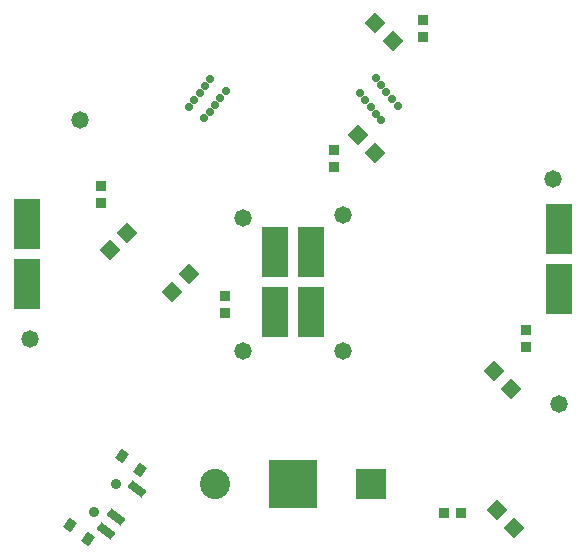
<source format=gts>
G04*
G04 #@! TF.GenerationSoftware,Altium Limited,Altium Designer,23.1.1 (15)*
G04*
G04 Layer_Color=8388736*
%FSLAX23Y23*%
%MOIN*%
G70*
G04*
G04 #@! TF.SameCoordinates,7DB063E5-64DA-4751-B351-23BD0CB7D004*
G04*
G04*
G04 #@! TF.FilePolarity,Negative*
G04*
G01*
G75*
G04:AMPARAMS|DCode=14|XSize=28mil|YSize=59mil|CornerRadius=0mil|HoleSize=0mil|Usage=FLASHONLY|Rotation=233.000|XOffset=0mil|YOffset=0mil|HoleType=Round|Shape=Rectangle|*
%AMROTATEDRECTD14*
4,1,4,-0.015,0.029,0.032,-0.007,0.015,-0.029,-0.032,0.007,-0.015,0.029,0.0*
%
%ADD14ROTATEDRECTD14*%

G04:AMPARAMS|DCode=15|XSize=39mil|YSize=31mil|CornerRadius=0mil|HoleSize=0mil|Usage=FLASHONLY|Rotation=233.000|XOffset=0mil|YOffset=0mil|HoleType=Round|Shape=Rectangle|*
%AMROTATEDRECTD15*
4,1,4,-0.001,0.025,0.024,0.006,0.001,-0.025,-0.024,-0.006,-0.001,0.025,0.0*
%
%ADD15ROTATEDRECTD15*%

%ADD16R,0.038X0.037*%
%ADD18P,0.067X4X360.0*%
%ADD19P,0.067X4X90.0*%
%ADD20R,0.037X0.038*%
%ADD21R,0.164X0.164*%
%ADD22R,0.087X0.165*%
%ADD23C,0.101*%
%ADD24R,0.101X0.101*%
%ADD25C,0.035*%
%ADD26C,0.028*%
%ADD27C,0.058*%
D14*
X356Y124D02*
D03*
X321Y77D02*
D03*
X427Y218D02*
D03*
D15*
X436Y281D02*
D03*
X263Y51D02*
D03*
X375Y327D02*
D03*
X202Y97D02*
D03*
D16*
X1722Y747D02*
D03*
Y690D02*
D03*
X1083Y1347D02*
D03*
Y1291D02*
D03*
X718Y861D02*
D03*
Y805D02*
D03*
X305Y1173D02*
D03*
Y1229D02*
D03*
X1378Y1780D02*
D03*
Y1724D02*
D03*
D18*
X1279Y1713D02*
D03*
X1220Y1772D02*
D03*
Y1339D02*
D03*
X1162Y1397D02*
D03*
X1683Y89D02*
D03*
X1624Y147D02*
D03*
X1673Y552D02*
D03*
X1614Y610D02*
D03*
D19*
X600Y935D02*
D03*
X542Y876D02*
D03*
X335Y1014D02*
D03*
X393Y1073D02*
D03*
D20*
X1505Y138D02*
D03*
X1448D02*
D03*
D21*
X945Y236D02*
D03*
D22*
X1004Y807D02*
D03*
Y1007D02*
D03*
X886Y807D02*
D03*
Y1007D02*
D03*
X1831Y1086D02*
D03*
Y886D02*
D03*
X59Y902D02*
D03*
Y1102D02*
D03*
D23*
X685Y236D02*
D03*
D24*
X1205D02*
D03*
D25*
X354D02*
D03*
X283Y142D02*
D03*
D26*
X1294Y1495D02*
D03*
X1276Y1519D02*
D03*
X1257Y1542D02*
D03*
X1240Y1565D02*
D03*
X1223Y1588D02*
D03*
X721Y1545D02*
D03*
X703Y1522D02*
D03*
X686Y1499D02*
D03*
X669Y1476D02*
D03*
X650Y1454D02*
D03*
X1169Y1538D02*
D03*
X1187Y1515D02*
D03*
X1204Y1492D02*
D03*
X1221Y1469D02*
D03*
X1240Y1447D02*
D03*
X598Y1492D02*
D03*
X616Y1516D02*
D03*
X635Y1539D02*
D03*
X652Y1562D02*
D03*
X669Y1585D02*
D03*
D27*
X1112Y679D02*
D03*
Y1132D02*
D03*
X778Y679D02*
D03*
Y1122D02*
D03*
X236Y1447D02*
D03*
X69Y719D02*
D03*
X1831Y502D02*
D03*
X1811Y1250D02*
D03*
M02*

</source>
